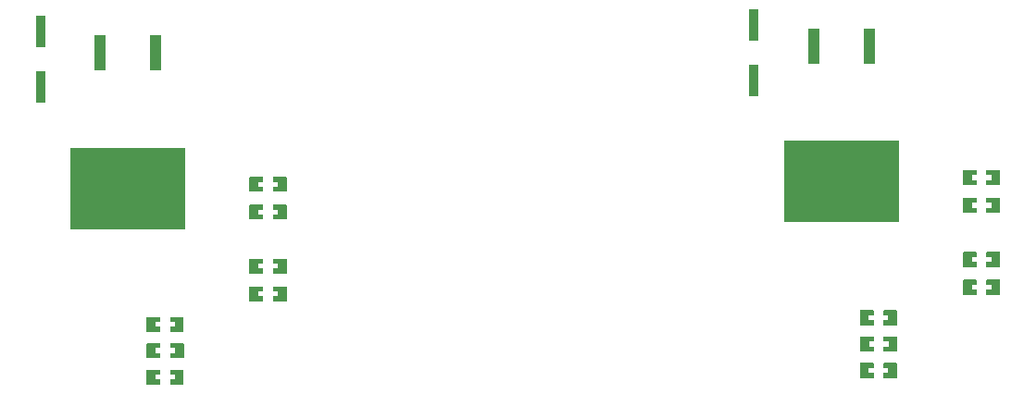
<source format=gbp>
G04 Layer: BottomPasteMaskLayer*
G04 EasyEDA v6.5.22, 2022-12-30 10:19:24*
G04 cc661ac33e424cae800a4ac99e05d963,5dd06754fdd742daa6fe38bf62b7df6b,10*
G04 Gerber Generator version 0.2*
G04 Scale: 100 percent, Rotated: No, Reflected: No *
G04 Dimensions in millimeters *
G04 leading zeros omitted , absolute positions ,4 integer and 5 decimal *
%FSLAX45Y45*%
%MOMM*%

%AMMACRO1*21,1,$1,$2,0,0,$3*%
%ADD10MACRO1,2.8X0.8X90.0000*%
%ADD11MACRO1,0.98X3.2941X0.0000*%
%ADD12MACRO1,10.5664X7.5321X0.0000*%

%LPD*%
G36*
X3812184Y5142636D02*
G01*
X3807206Y5137658D01*
X3807206Y5009642D01*
X3812184Y5004663D01*
X3927195Y5004663D01*
X3932174Y5009642D01*
X3932682Y5050637D01*
X3887724Y5050637D01*
X3887724Y5095646D01*
X3931716Y5095646D01*
X3932174Y5137658D01*
X3927195Y5142636D01*
G37*
G36*
X4027220Y5142636D02*
G01*
X4022191Y5137658D01*
X4022191Y5095646D01*
X4066692Y5095646D01*
X4066692Y5050637D01*
X4022699Y5050637D01*
X4022191Y5009642D01*
X4027220Y5004663D01*
X4142181Y5004663D01*
X4147210Y5009642D01*
X4147210Y5137658D01*
X4142181Y5142636D01*
G37*
G36*
X3812184Y4888636D02*
G01*
X3807206Y4883658D01*
X3807206Y4755642D01*
X3812184Y4750663D01*
X3927195Y4750663D01*
X3932174Y4755642D01*
X3932682Y4796637D01*
X3887724Y4796637D01*
X3887724Y4841646D01*
X3931716Y4841646D01*
X3932174Y4883658D01*
X3927195Y4888636D01*
G37*
G36*
X4027220Y4888636D02*
G01*
X4022191Y4883658D01*
X4022191Y4841646D01*
X4066692Y4841646D01*
X4066692Y4796637D01*
X4022699Y4796637D01*
X4022191Y4755642D01*
X4027220Y4750663D01*
X4142181Y4750663D01*
X4147210Y4755642D01*
X4147210Y4883658D01*
X4142181Y4888636D01*
G37*
G36*
X3812184Y4393336D02*
G01*
X3807206Y4388358D01*
X3807206Y4260342D01*
X3812184Y4255363D01*
X3927195Y4255363D01*
X3932174Y4260342D01*
X3932682Y4301337D01*
X3887724Y4301337D01*
X3887724Y4346346D01*
X3931716Y4346346D01*
X3932174Y4388358D01*
X3927195Y4393336D01*
G37*
G36*
X4027220Y4393336D02*
G01*
X4022191Y4388358D01*
X4022191Y4346346D01*
X4066692Y4346346D01*
X4066692Y4301337D01*
X4022699Y4301337D01*
X4022191Y4260342D01*
X4027220Y4255363D01*
X4142181Y4255363D01*
X4147210Y4260342D01*
X4147210Y4388358D01*
X4142181Y4393336D01*
G37*
G36*
X3812184Y4139336D02*
G01*
X3807206Y4134358D01*
X3807206Y4006342D01*
X3812184Y4001363D01*
X3927195Y4001363D01*
X3932174Y4006342D01*
X3932682Y4047337D01*
X3887724Y4047337D01*
X3887724Y4092346D01*
X3931716Y4092346D01*
X3932174Y4134358D01*
X3927195Y4139336D01*
G37*
G36*
X4027220Y4139336D02*
G01*
X4022191Y4134358D01*
X4022191Y4092346D01*
X4066692Y4092346D01*
X4066692Y4047337D01*
X4022699Y4047337D01*
X4022191Y4006342D01*
X4027220Y4001363D01*
X4142181Y4001363D01*
X4147210Y4006342D01*
X4147210Y4134358D01*
X4142181Y4139336D01*
G37*
G36*
X3085541Y3859936D02*
G01*
X3080562Y3854958D01*
X3080054Y3813962D01*
X3125063Y3813962D01*
X3125063Y3768953D01*
X3081020Y3768953D01*
X3080562Y3726942D01*
X3085541Y3721963D01*
X3200552Y3721963D01*
X3205530Y3726942D01*
X3205530Y3854958D01*
X3200552Y3859936D01*
G37*
G36*
X2870555Y3859936D02*
G01*
X2865526Y3854958D01*
X2865526Y3726942D01*
X2870555Y3721963D01*
X2985566Y3721963D01*
X2990545Y3726942D01*
X2990545Y3768953D01*
X2946044Y3768953D01*
X2946044Y3813962D01*
X2990037Y3813962D01*
X2990545Y3854958D01*
X2985566Y3859936D01*
G37*
G36*
X3087420Y3618636D02*
G01*
X3082391Y3613658D01*
X3081883Y3572662D01*
X3126892Y3572662D01*
X3126892Y3527653D01*
X3082899Y3527653D01*
X3082391Y3485642D01*
X3087420Y3480663D01*
X3202381Y3480663D01*
X3207410Y3485642D01*
X3207410Y3613658D01*
X3202381Y3618636D01*
G37*
G36*
X2872384Y3618636D02*
G01*
X2867406Y3613658D01*
X2867406Y3485642D01*
X2872384Y3480663D01*
X2987395Y3480663D01*
X2992424Y3485642D01*
X2992374Y3527653D01*
X2947924Y3527653D01*
X2947924Y3572662D01*
X2991916Y3572662D01*
X2992424Y3613658D01*
X2987395Y3618636D01*
G37*
G36*
X3085541Y3377336D02*
G01*
X3080562Y3372358D01*
X3080054Y3331362D01*
X3125063Y3331362D01*
X3125063Y3286353D01*
X3081020Y3286353D01*
X3080562Y3244342D01*
X3085541Y3239363D01*
X3200552Y3239363D01*
X3205530Y3244342D01*
X3205530Y3372358D01*
X3200552Y3377336D01*
G37*
G36*
X2870555Y3377336D02*
G01*
X2865526Y3372358D01*
X2865526Y3244342D01*
X2870555Y3239363D01*
X2985566Y3239363D01*
X2990545Y3244342D01*
X2990545Y3286353D01*
X2946044Y3286353D01*
X2946044Y3331362D01*
X2990037Y3331362D01*
X2990545Y3372358D01*
X2985566Y3377336D01*
G37*
G36*
X9609531Y3438296D02*
G01*
X9604552Y3433318D01*
X9604044Y3392322D01*
X9649053Y3392322D01*
X9649053Y3347313D01*
X9605060Y3347313D01*
X9604552Y3305301D01*
X9609531Y3300323D01*
X9724542Y3300323D01*
X9729520Y3305301D01*
X9729520Y3433318D01*
X9724542Y3438296D01*
G37*
G36*
X9394545Y3438296D02*
G01*
X9389567Y3433318D01*
X9389567Y3305301D01*
X9394545Y3300323D01*
X9509556Y3300323D01*
X9514535Y3305301D01*
X9514535Y3347313D01*
X9470034Y3347313D01*
X9470034Y3392322D01*
X9514027Y3392322D01*
X9514535Y3433318D01*
X9509556Y3438296D01*
G37*
G36*
X9611410Y3679596D02*
G01*
X9606381Y3674618D01*
X9605924Y3633622D01*
X9650882Y3633622D01*
X9650882Y3588613D01*
X9606889Y3588613D01*
X9606381Y3546601D01*
X9611410Y3541623D01*
X9726422Y3541623D01*
X9731400Y3546601D01*
X9731400Y3674618D01*
X9726422Y3679596D01*
G37*
G36*
X9396425Y3679596D02*
G01*
X9391396Y3674618D01*
X9391396Y3546601D01*
X9396425Y3541623D01*
X9511385Y3541623D01*
X9516414Y3546601D01*
X9516414Y3588613D01*
X9471914Y3588613D01*
X9471914Y3633622D01*
X9515906Y3633622D01*
X9516414Y3674618D01*
X9511385Y3679596D01*
G37*
G36*
X9609531Y3920896D02*
G01*
X9604552Y3915918D01*
X9604044Y3874922D01*
X9649053Y3874922D01*
X9649053Y3829913D01*
X9605060Y3829913D01*
X9604552Y3787901D01*
X9609531Y3782923D01*
X9724542Y3782923D01*
X9729520Y3787901D01*
X9729520Y3915918D01*
X9724542Y3920896D01*
G37*
G36*
X9394545Y3920896D02*
G01*
X9389567Y3915918D01*
X9389567Y3787901D01*
X9394545Y3782923D01*
X9509556Y3782923D01*
X9514535Y3787901D01*
X9514535Y3829913D01*
X9470034Y3829913D01*
X9470034Y3874922D01*
X9514027Y3874922D01*
X9514535Y3915918D01*
X9509556Y3920896D01*
G37*
G36*
X10336174Y4200296D02*
G01*
X10331196Y4195318D01*
X10331196Y4067301D01*
X10336174Y4062323D01*
X10451185Y4062323D01*
X10456214Y4067301D01*
X10456722Y4108297D01*
X10411714Y4108297D01*
X10411714Y4153306D01*
X10455706Y4153306D01*
X10456214Y4195318D01*
X10451185Y4200296D01*
G37*
G36*
X10551210Y4200296D02*
G01*
X10546181Y4195318D01*
X10546181Y4153306D01*
X10590682Y4153306D01*
X10590682Y4108297D01*
X10546689Y4108297D01*
X10546181Y4067301D01*
X10551210Y4062323D01*
X10666222Y4062323D01*
X10671200Y4067301D01*
X10671200Y4195318D01*
X10666222Y4200296D01*
G37*
G36*
X10336174Y4454296D02*
G01*
X10331196Y4449318D01*
X10331196Y4321302D01*
X10336174Y4316323D01*
X10451185Y4316323D01*
X10456214Y4321302D01*
X10456722Y4362297D01*
X10411714Y4362297D01*
X10411714Y4407306D01*
X10455706Y4407306D01*
X10456214Y4449318D01*
X10451185Y4454296D01*
G37*
G36*
X10551210Y4454296D02*
G01*
X10546181Y4449318D01*
X10546181Y4407306D01*
X10590682Y4407306D01*
X10590682Y4362297D01*
X10546689Y4362297D01*
X10546181Y4321302D01*
X10551210Y4316323D01*
X10666222Y4316323D01*
X10671200Y4321302D01*
X10671200Y4449318D01*
X10666222Y4454296D01*
G37*
G36*
X10336174Y4949596D02*
G01*
X10331196Y4944618D01*
X10331196Y4816602D01*
X10336174Y4811623D01*
X10451185Y4811623D01*
X10456214Y4816602D01*
X10456722Y4857597D01*
X10411714Y4857597D01*
X10411714Y4902606D01*
X10455706Y4902606D01*
X10456214Y4944618D01*
X10451185Y4949596D01*
G37*
G36*
X10551210Y4949596D02*
G01*
X10546181Y4944618D01*
X10546181Y4902606D01*
X10590682Y4902606D01*
X10590682Y4857597D01*
X10546689Y4857597D01*
X10546181Y4816602D01*
X10551210Y4811623D01*
X10666222Y4811623D01*
X10671200Y4816602D01*
X10671200Y4944618D01*
X10666222Y4949596D01*
G37*
G36*
X10336174Y5203596D02*
G01*
X10331196Y5198618D01*
X10331196Y5070602D01*
X10336174Y5065623D01*
X10451185Y5065623D01*
X10456214Y5070602D01*
X10456722Y5111597D01*
X10411714Y5111597D01*
X10411714Y5156606D01*
X10455706Y5156606D01*
X10456214Y5198618D01*
X10451185Y5203596D01*
G37*
G36*
X10551210Y5203596D02*
G01*
X10546181Y5198618D01*
X10546181Y5156606D01*
X10590682Y5156606D01*
X10590682Y5111597D01*
X10546689Y5111597D01*
X10546181Y5070602D01*
X10551210Y5065623D01*
X10666222Y5065623D01*
X10671200Y5070602D01*
X10671200Y5198618D01*
X10666222Y5203596D01*
G37*
D10*
G01*
X1894400Y5962650D03*
G01*
X1894400Y6470650D03*
D11*
G01*
X2440500Y6279644D03*
G01*
X2948500Y6279644D03*
D12*
G01*
X2694500Y5036037D03*
D11*
G01*
X8964500Y6340609D03*
G01*
X9472500Y6340609D03*
D12*
G01*
X9218500Y5097002D03*
D10*
G01*
X8418400Y6023615D03*
G01*
X8418400Y6531615D03*
M02*

</source>
